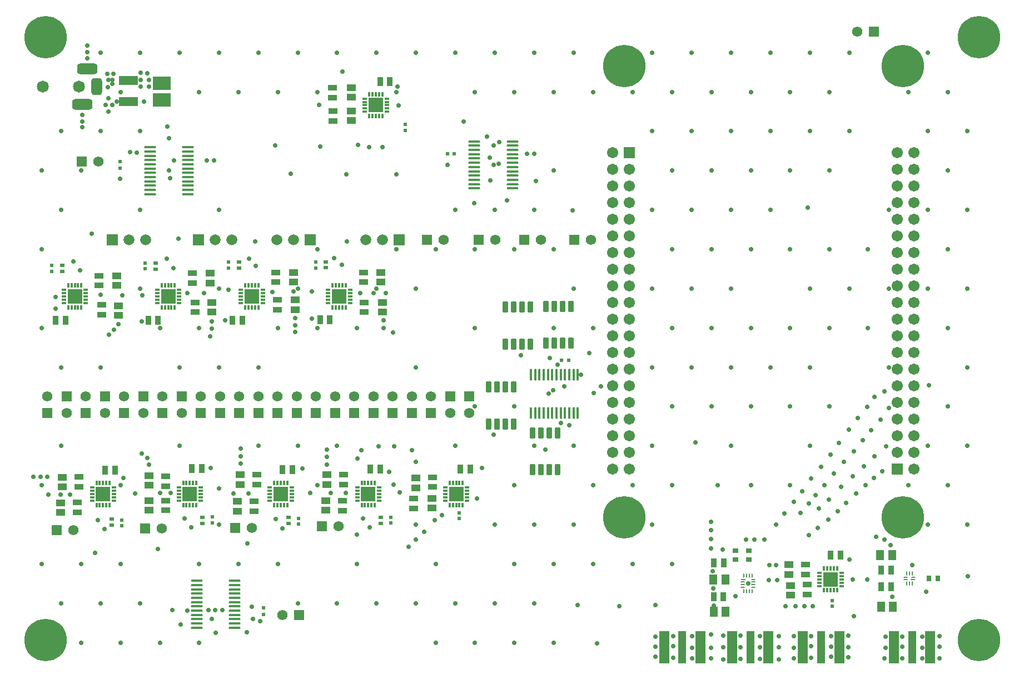
<source format=gts>
G04*
G04 #@! TF.GenerationSoftware,Altium Limited,Altium Designer,25.3.3 (18)*
G04*
G04 Layer_Color=8388736*
%FSLAX44Y44*%
%MOMM*%
G71*
G04*
G04 #@! TF.SameCoordinates,8BA9F0F0-51DE-43A2-9AC8-778ADDE1523D*
G04*
G04*
G04 #@! TF.FilePolarity,Negative*
G04*
G01*
G75*
%ADD19R,1.3500X0.9500*%
%ADD20R,1.3562X1.0546*%
%ADD21R,0.9500X1.3500*%
%ADD22R,0.5725X0.6153*%
%ADD26R,0.8121X0.6587*%
%ADD28R,1.6000X5.0000*%
%ADD29R,1.2000X5.0000*%
G04:AMPARAMS|DCode=30|XSize=0.6mm|YSize=0.2mm|CornerRadius=0.05mm|HoleSize=0mm|Usage=FLASHONLY|Rotation=270.000|XOffset=0mm|YOffset=0mm|HoleType=Round|Shape=RoundedRectangle|*
%AMROUNDEDRECTD30*
21,1,0.6000,0.1000,0,0,270.0*
21,1,0.5000,0.2000,0,0,270.0*
1,1,0.1000,-0.0500,-0.2500*
1,1,0.1000,-0.0500,0.2500*
1,1,0.1000,0.0500,0.2500*
1,1,0.1000,0.0500,-0.2500*
%
%ADD30ROUNDEDRECTD30*%
G04:AMPARAMS|DCode=31|XSize=0.6mm|YSize=0.2mm|CornerRadius=0.05mm|HoleSize=0mm|Usage=FLASHONLY|Rotation=0.000|XOffset=0mm|YOffset=0mm|HoleType=Round|Shape=RoundedRectangle|*
%AMROUNDEDRECTD31*
21,1,0.6000,0.1000,0,0,0.0*
21,1,0.5000,0.2000,0,0,0.0*
1,1,0.1000,0.2500,-0.0500*
1,1,0.1000,-0.2500,-0.0500*
1,1,0.1000,-0.2500,0.0500*
1,1,0.1000,0.2500,0.0500*
%
%ADD31ROUNDEDRECTD31*%
G04:AMPARAMS|DCode=32|XSize=0.7mm|YSize=0.2mm|CornerRadius=0.05mm|HoleSize=0mm|Usage=FLASHONLY|Rotation=0.000|XOffset=0mm|YOffset=0mm|HoleType=Round|Shape=RoundedRectangle|*
%AMROUNDEDRECTD32*
21,1,0.7000,0.1000,0,0,0.0*
21,1,0.6000,0.2000,0,0,0.0*
1,1,0.1000,0.3000,-0.0500*
1,1,0.1000,-0.3000,-0.0500*
1,1,0.1000,-0.3000,0.0500*
1,1,0.1000,0.3000,0.0500*
%
%ADD32ROUNDEDRECTD32*%
G04:AMPARAMS|DCode=33|XSize=0.2mm|YSize=0.6mm|CornerRadius=0.05mm|HoleSize=0mm|Usage=FLASHONLY|Rotation=180.000|XOffset=0mm|YOffset=0mm|HoleType=Round|Shape=RoundedRectangle|*
%AMROUNDEDRECTD33*
21,1,0.2000,0.5000,0,0,180.0*
21,1,0.1000,0.6000,0,0,180.0*
1,1,0.1000,-0.0500,0.2500*
1,1,0.1000,0.0500,0.2500*
1,1,0.1000,0.0500,-0.2500*
1,1,0.1000,-0.0500,-0.2500*
%
%ADD33ROUNDEDRECTD33*%
G04:AMPARAMS|DCode=34|XSize=1.7883mm|YSize=0.4208mm|CornerRadius=0.2104mm|HoleSize=0mm|Usage=FLASHONLY|Rotation=0.000|XOffset=0mm|YOffset=0mm|HoleType=Round|Shape=RoundedRectangle|*
%AMROUNDEDRECTD34*
21,1,1.7883,0.0000,0,0,0.0*
21,1,1.3675,0.4208,0,0,0.0*
1,1,0.4208,0.6838,0.0000*
1,1,0.4208,-0.6838,0.0000*
1,1,0.4208,-0.6838,0.0000*
1,1,0.4208,0.6838,0.0000*
%
%ADD34ROUNDEDRECTD34*%
%ADD35R,1.7883X0.4208*%
%ADD36R,0.6587X0.8121*%
%ADD38R,0.5000X0.4750*%
%ADD39R,2.8062X2.1029*%
%ADD40R,0.4750X0.5000*%
G04:AMPARAMS|DCode=41|XSize=1.7883mm|YSize=0.4208mm|CornerRadius=0.2104mm|HoleSize=0mm|Usage=FLASHONLY|Rotation=90.000|XOffset=0mm|YOffset=0mm|HoleType=Round|Shape=RoundedRectangle|*
%AMROUNDEDRECTD41*
21,1,1.7883,0.0000,0,0,90.0*
21,1,1.3675,0.4208,0,0,90.0*
1,1,0.4208,0.0000,0.6838*
1,1,0.4208,0.0000,-0.6838*
1,1,0.4208,0.0000,-0.6838*
1,1,0.4208,0.0000,0.6838*
%
%ADD41ROUNDEDRECTD41*%
%ADD42R,0.4208X1.7883*%
%ADD43R,0.7200X0.6300*%
G04:AMPARAMS|DCode=44|XSize=0.77mm|YSize=1.77mm|CornerRadius=0.1088mm|HoleSize=0mm|Usage=FLASHONLY|Rotation=180.000|XOffset=0mm|YOffset=0mm|HoleType=Round|Shape=RoundedRectangle|*
%AMROUNDEDRECTD44*
21,1,0.7700,1.5525,0,0,180.0*
21,1,0.5525,1.7700,0,0,180.0*
1,1,0.2175,-0.2763,0.7763*
1,1,0.2175,0.2763,0.7763*
1,1,0.2175,0.2763,-0.7763*
1,1,0.2175,-0.2763,-0.7763*
%
%ADD44ROUNDEDRECTD44*%
%ADD45R,0.3700X0.6700*%
%ADD46R,0.6700X0.3700*%
%ADD47R,2.1700X2.1700*%
%ADD48R,1.2700X1.5700*%
%ADD49R,2.9200X1.4700*%
%ADD50C,6.4700*%
%ADD51R,1.7100X1.7100*%
%ADD52C,1.7100*%
%ADD53R,1.7100X1.7100*%
%ADD54R,1.5700X1.5700*%
%ADD55C,1.5700*%
%ADD56R,1.5700X1.5700*%
%ADD57R,1.6700X1.6700*%
%ADD58C,1.6700*%
%ADD59C,1.8200*%
G04:AMPARAMS|DCode=60|XSize=1.62mm|YSize=3.12mm|CornerRadius=0.435mm|HoleSize=0mm|Usage=FLASHONLY|Rotation=270.000|XOffset=0mm|YOffset=0mm|HoleType=Round|Shape=RoundedRectangle|*
%AMROUNDEDRECTD60*
21,1,1.6200,2.2500,0,0,270.0*
21,1,0.7500,3.1200,0,0,270.0*
1,1,0.8700,-1.1250,-0.3750*
1,1,0.8700,-1.1250,0.3750*
1,1,0.8700,1.1250,0.3750*
1,1,0.8700,1.1250,-0.3750*
%
%ADD60ROUNDEDRECTD60*%
G04:AMPARAMS|DCode=61|XSize=1.62mm|YSize=2.62mm|CornerRadius=0.435mm|HoleSize=0mm|Usage=FLASHONLY|Rotation=0.000|XOffset=0mm|YOffset=0mm|HoleType=Round|Shape=RoundedRectangle|*
%AMROUNDEDRECTD61*
21,1,1.6200,1.7500,0,0,0.0*
21,1,0.7500,2.6200,0,0,0.0*
1,1,0.8700,0.3750,-0.8750*
1,1,0.8700,-0.3750,-0.8750*
1,1,0.8700,-0.3750,0.8750*
1,1,0.8700,0.3750,0.8750*
%
%ADD61ROUNDEDRECTD61*%
%ADD62C,0.7200*%
D19*
X487512Y875938D02*
D03*
Y890938D02*
D03*
X233680Y283330D02*
D03*
Y298330D02*
D03*
Y261500D02*
D03*
Y246500D02*
D03*
X535940Y548640D02*
D03*
Y563640D02*
D03*
X534670Y609480D02*
D03*
Y594480D02*
D03*
X403860Y567450D02*
D03*
Y552450D02*
D03*
X401560Y594480D02*
D03*
Y609480D02*
D03*
X278130Y563640D02*
D03*
Y548640D02*
D03*
X274320Y593210D02*
D03*
Y608210D02*
D03*
X135890Y559830D02*
D03*
Y544830D02*
D03*
X132080Y589400D02*
D03*
Y604400D02*
D03*
X504190Y300870D02*
D03*
Y285870D02*
D03*
X502920Y246138D02*
D03*
Y261138D02*
D03*
X1210310Y118230D02*
D03*
Y133230D02*
D03*
X1207770Y163710D02*
D03*
Y148710D02*
D03*
X368388Y260249D02*
D03*
Y245249D02*
D03*
X611233Y264593D02*
D03*
Y249593D02*
D03*
X640080Y282060D02*
D03*
Y297060D02*
D03*
X488782Y840498D02*
D03*
Y855498D02*
D03*
X99060Y243236D02*
D03*
Y258236D02*
D03*
X372110Y285870D02*
D03*
Y300870D02*
D03*
X101600Y297180D02*
D03*
Y282180D02*
D03*
D20*
X346710Y300628D02*
D03*
Y286112D02*
D03*
X1182370Y163468D02*
D03*
Y148952D02*
D03*
X208280Y261258D02*
D03*
Y246742D02*
D03*
Y284842D02*
D03*
Y299358D02*
D03*
X563880Y549002D02*
D03*
Y563518D02*
D03*
X561340Y609238D02*
D03*
Y594722D02*
D03*
X428230D02*
D03*
Y609238D02*
D03*
X430530Y567328D02*
D03*
Y552812D02*
D03*
X300990Y593452D02*
D03*
Y607968D02*
D03*
X303530Y563156D02*
D03*
Y548640D02*
D03*
X161290Y558076D02*
D03*
Y543560D02*
D03*
X158750Y589642D02*
D03*
Y604158D02*
D03*
X477520Y246380D02*
D03*
Y260896D02*
D03*
X478790Y300628D02*
D03*
Y286112D02*
D03*
X1184910Y117202D02*
D03*
Y131718D02*
D03*
X342988Y260006D02*
D03*
Y245491D02*
D03*
X639173Y264351D02*
D03*
Y249835D02*
D03*
X614680Y281032D02*
D03*
Y295548D02*
D03*
X516722Y840740D02*
D03*
Y855256D02*
D03*
Y876300D02*
D03*
Y890816D02*
D03*
X76200Y296818D02*
D03*
Y282302D02*
D03*
X73660Y243478D02*
D03*
Y257994D02*
D03*
D21*
X222130Y536430D02*
D03*
X207130D02*
D03*
X288290Y309880D02*
D03*
X273290D02*
D03*
X483750Y537210D02*
D03*
X468750D02*
D03*
X1261270Y177880D02*
D03*
X1246270D02*
D03*
X335400Y535940D02*
D03*
X350400D02*
D03*
X66160D02*
D03*
X81160D02*
D03*
X411720Y308610D02*
D03*
X426720D02*
D03*
X1068310Y166370D02*
D03*
X1083310D02*
D03*
X1068190Y114300D02*
D03*
X1083190D02*
D03*
X1338460Y154940D02*
D03*
X1323460D02*
D03*
X1338580Y129540D02*
D03*
X1323580D02*
D03*
X560142Y900068D02*
D03*
X575142D02*
D03*
X697593Y309163D02*
D03*
X682593D02*
D03*
X560070Y309518D02*
D03*
X545070D02*
D03*
X141210Y307340D02*
D03*
X156210D02*
D03*
D22*
X304800Y236220D02*
D03*
Y227649D02*
D03*
X462280Y616269D02*
D03*
Y624840D02*
D03*
X329170D02*
D03*
Y616269D02*
D03*
X201930Y623570D02*
D03*
Y614999D02*
D03*
X59690Y619760D02*
D03*
Y611189D02*
D03*
X576580Y227287D02*
D03*
Y235858D02*
D03*
X1248810Y108981D02*
D03*
Y100410D02*
D03*
X680720Y242251D02*
D03*
Y233680D02*
D03*
X166370Y231616D02*
D03*
Y223044D02*
D03*
X435610Y225584D02*
D03*
Y234156D02*
D03*
X598170Y834866D02*
D03*
Y826294D02*
D03*
D26*
X1101090Y171450D02*
D03*
Y184984D02*
D03*
X1121410Y184567D02*
D03*
Y171033D02*
D03*
D28*
X1342630Y37415D02*
D03*
X1398030D02*
D03*
X992800D02*
D03*
X1048200D02*
D03*
X1096250D02*
D03*
X1151650D02*
D03*
X1204200D02*
D03*
X1259600D02*
D03*
D29*
X1370330D02*
D03*
X1020500D02*
D03*
X1123950D02*
D03*
X1231900D02*
D03*
D30*
X1114520Y147160D02*
D03*
X1118520D02*
D03*
X1122520D02*
D03*
X1126520D02*
D03*
Y123160D02*
D03*
X1122520D02*
D03*
X1118520D02*
D03*
X1114520D02*
D03*
D31*
X1128520Y141160D02*
D03*
Y137160D02*
D03*
Y133160D02*
D03*
Y129160D02*
D03*
X1112520D02*
D03*
Y133160D02*
D03*
Y137160D02*
D03*
X1360330Y140620D02*
D03*
Y144620D02*
D03*
X1372330D02*
D03*
D32*
X1113020Y141160D02*
D03*
X1371830Y140620D02*
D03*
D33*
X1370330Y134620D02*
D03*
X1366330D02*
D03*
X1362330D02*
D03*
Y150620D02*
D03*
X1366330D02*
D03*
X1370330D02*
D03*
D34*
X338597Y139085D02*
D03*
Y132585D02*
D03*
Y126085D02*
D03*
Y119585D02*
D03*
Y113085D02*
D03*
Y106585D02*
D03*
Y100085D02*
D03*
Y93585D02*
D03*
Y87085D02*
D03*
Y80585D02*
D03*
Y74085D02*
D03*
Y67585D02*
D03*
X280773D02*
D03*
Y74085D02*
D03*
Y80585D02*
D03*
Y87085D02*
D03*
Y93585D02*
D03*
Y100085D02*
D03*
Y106585D02*
D03*
Y113085D02*
D03*
Y119585D02*
D03*
Y126085D02*
D03*
Y132585D02*
D03*
X761702Y744180D02*
D03*
Y750680D02*
D03*
Y757180D02*
D03*
Y763680D02*
D03*
Y770180D02*
D03*
Y776680D02*
D03*
Y783180D02*
D03*
Y789680D02*
D03*
Y796180D02*
D03*
Y802680D02*
D03*
Y809180D02*
D03*
X703878D02*
D03*
Y802680D02*
D03*
Y796180D02*
D03*
Y789680D02*
D03*
Y783180D02*
D03*
Y776680D02*
D03*
Y770180D02*
D03*
Y763680D02*
D03*
Y757180D02*
D03*
Y750680D02*
D03*
Y744180D02*
D03*
Y737680D02*
D03*
X209848Y728790D02*
D03*
Y735290D02*
D03*
Y741790D02*
D03*
Y748290D02*
D03*
Y754790D02*
D03*
Y761290D02*
D03*
Y767790D02*
D03*
Y774290D02*
D03*
Y780790D02*
D03*
Y787290D02*
D03*
Y793790D02*
D03*
Y800290D02*
D03*
X267672D02*
D03*
Y793790D02*
D03*
Y787290D02*
D03*
Y780790D02*
D03*
Y774290D02*
D03*
Y767790D02*
D03*
Y761290D02*
D03*
Y754790D02*
D03*
Y748290D02*
D03*
Y741790D02*
D03*
Y735290D02*
D03*
D35*
X280773Y139085D02*
D03*
X761702Y737680D02*
D03*
X267672Y728790D02*
D03*
D36*
X1409264Y142240D02*
D03*
X1395730D02*
D03*
D38*
X382270Y97835D02*
D03*
Y87585D02*
D03*
X163830Y778555D02*
D03*
Y768305D02*
D03*
D39*
X227330Y872878D02*
D03*
Y897890D02*
D03*
D40*
X836840Y474980D02*
D03*
X847090D02*
D03*
X662850Y789940D02*
D03*
X673100D02*
D03*
D41*
X789750Y453092D02*
D03*
X796250D02*
D03*
X802750D02*
D03*
X809250D02*
D03*
X815750D02*
D03*
X822250D02*
D03*
X828750D02*
D03*
X835250D02*
D03*
X841750D02*
D03*
X848250D02*
D03*
X854750D02*
D03*
X861250D02*
D03*
Y395268D02*
D03*
X854750D02*
D03*
X848250D02*
D03*
X841750D02*
D03*
X835250D02*
D03*
X828750D02*
D03*
X822250D02*
D03*
X815750D02*
D03*
X809250D02*
D03*
X802750D02*
D03*
X796250D02*
D03*
D42*
X789750D02*
D03*
D43*
X289365Y226875D02*
D03*
Y236175D02*
D03*
X420370Y235790D02*
D03*
Y226490D02*
D03*
X151130Y233250D02*
D03*
Y223950D02*
D03*
X561145Y226513D02*
D03*
Y235813D02*
D03*
X345680Y624840D02*
D03*
Y615540D02*
D03*
X218440Y623570D02*
D03*
Y614270D02*
D03*
X477520Y616380D02*
D03*
Y625680D02*
D03*
X76200Y619760D02*
D03*
Y610460D02*
D03*
D44*
X850900Y557840D02*
D03*
X838200D02*
D03*
X825500D02*
D03*
X812800D02*
D03*
X850900Y501340D02*
D03*
X838200D02*
D03*
X825500D02*
D03*
X812800D02*
D03*
X830580Y364800D02*
D03*
X817880D02*
D03*
X805180D02*
D03*
X792480D02*
D03*
X830580Y308300D02*
D03*
X817880D02*
D03*
X805180D02*
D03*
X792480D02*
D03*
X788670Y556570D02*
D03*
X775970D02*
D03*
X763270D02*
D03*
X750570D02*
D03*
X788670Y500070D02*
D03*
X775970D02*
D03*
X763270D02*
D03*
X750570D02*
D03*
X763270Y434650D02*
D03*
X750570D02*
D03*
X737870D02*
D03*
X725170D02*
D03*
X763270Y378150D02*
D03*
X750570D02*
D03*
X737870D02*
D03*
X725170D02*
D03*
D45*
X260315Y254575D02*
D03*
X265315D02*
D03*
X270315D02*
D03*
X275315D02*
D03*
X280315D02*
D03*
Y288075D02*
D03*
X275315D02*
D03*
X270315D02*
D03*
X265315D02*
D03*
X260315D02*
D03*
X507840Y556020D02*
D03*
X502840D02*
D03*
X497840D02*
D03*
X492840D02*
D03*
X487840D02*
D03*
Y589520D02*
D03*
X492840D02*
D03*
X497840D02*
D03*
X502840D02*
D03*
X507840D02*
D03*
X374730D02*
D03*
X369730D02*
D03*
X364730D02*
D03*
X359730D02*
D03*
X354730D02*
D03*
Y556020D02*
D03*
X359730D02*
D03*
X364730D02*
D03*
X369730D02*
D03*
X374730D02*
D03*
X247490Y589520D02*
D03*
X242490D02*
D03*
X237490D02*
D03*
X232490D02*
D03*
X227490D02*
D03*
Y556020D02*
D03*
X232490D02*
D03*
X237490D02*
D03*
X242490D02*
D03*
X247490D02*
D03*
X105250Y589520D02*
D03*
X100250D02*
D03*
X95250D02*
D03*
X90250D02*
D03*
X85250D02*
D03*
Y556020D02*
D03*
X90250D02*
D03*
X95250D02*
D03*
X100250D02*
D03*
X105250D02*
D03*
X1236030Y157960D02*
D03*
X1241030D02*
D03*
X1246030D02*
D03*
X1251030D02*
D03*
X1256030D02*
D03*
Y124460D02*
D03*
X1251030D02*
D03*
X1246030D02*
D03*
X1241030D02*
D03*
X1236030D02*
D03*
X666003Y288075D02*
D03*
X671003D02*
D03*
X676003D02*
D03*
X681003D02*
D03*
X686003D02*
D03*
Y254575D02*
D03*
X681003D02*
D03*
X676003D02*
D03*
X671003D02*
D03*
X666003D02*
D03*
X543552Y881258D02*
D03*
X548552D02*
D03*
X553552D02*
D03*
X558552D02*
D03*
X563552D02*
D03*
Y847758D02*
D03*
X558552D02*
D03*
X553552D02*
D03*
X548552D02*
D03*
X543552D02*
D03*
X128235Y254575D02*
D03*
X133235D02*
D03*
X138235D02*
D03*
X143235D02*
D03*
X148235D02*
D03*
Y288075D02*
D03*
X143235D02*
D03*
X138235D02*
D03*
X133235D02*
D03*
X128235D02*
D03*
X398745Y254575D02*
D03*
X403745D02*
D03*
X408745D02*
D03*
X413745D02*
D03*
X418745D02*
D03*
Y288075D02*
D03*
X413745D02*
D03*
X408745D02*
D03*
X403745D02*
D03*
X398745D02*
D03*
X532095Y254575D02*
D03*
X537095D02*
D03*
X542095D02*
D03*
X547095D02*
D03*
X552095D02*
D03*
Y288075D02*
D03*
X547095D02*
D03*
X542095D02*
D03*
X537095D02*
D03*
X532095D02*
D03*
D46*
X287065Y261325D02*
D03*
Y266325D02*
D03*
Y271325D02*
D03*
Y276325D02*
D03*
Y281325D02*
D03*
X253565D02*
D03*
Y276325D02*
D03*
Y271325D02*
D03*
Y266325D02*
D03*
Y261325D02*
D03*
X514590Y582770D02*
D03*
Y577770D02*
D03*
Y572770D02*
D03*
Y567770D02*
D03*
Y562770D02*
D03*
X481090D02*
D03*
Y567770D02*
D03*
Y572770D02*
D03*
Y577770D02*
D03*
Y582770D02*
D03*
X347980D02*
D03*
Y577770D02*
D03*
Y572770D02*
D03*
Y567770D02*
D03*
Y562770D02*
D03*
X381480D02*
D03*
Y567770D02*
D03*
Y572770D02*
D03*
Y577770D02*
D03*
Y582770D02*
D03*
X220740D02*
D03*
Y577770D02*
D03*
Y572770D02*
D03*
Y567770D02*
D03*
Y562770D02*
D03*
X254240D02*
D03*
Y567770D02*
D03*
Y572770D02*
D03*
Y577770D02*
D03*
Y582770D02*
D03*
X78500D02*
D03*
Y577770D02*
D03*
Y572770D02*
D03*
Y567770D02*
D03*
Y562770D02*
D03*
X112000D02*
D03*
Y567770D02*
D03*
Y572770D02*
D03*
Y577770D02*
D03*
Y582770D02*
D03*
X1229280Y131210D02*
D03*
Y136210D02*
D03*
Y141210D02*
D03*
Y146210D02*
D03*
Y151210D02*
D03*
X1262780D02*
D03*
Y146210D02*
D03*
Y141210D02*
D03*
Y136210D02*
D03*
Y131210D02*
D03*
X659253Y261325D02*
D03*
Y266325D02*
D03*
Y271325D02*
D03*
Y276325D02*
D03*
Y281325D02*
D03*
X692753D02*
D03*
Y276325D02*
D03*
Y271325D02*
D03*
Y266325D02*
D03*
Y261325D02*
D03*
X536802Y854508D02*
D03*
Y859508D02*
D03*
Y864508D02*
D03*
Y869508D02*
D03*
Y874508D02*
D03*
X570302D02*
D03*
Y869508D02*
D03*
Y864508D02*
D03*
Y859508D02*
D03*
Y854508D02*
D03*
X154985Y261325D02*
D03*
Y266325D02*
D03*
Y271325D02*
D03*
Y276325D02*
D03*
Y281325D02*
D03*
X121485D02*
D03*
Y276325D02*
D03*
Y271325D02*
D03*
Y266325D02*
D03*
Y261325D02*
D03*
X425495D02*
D03*
Y266325D02*
D03*
Y271325D02*
D03*
Y276325D02*
D03*
Y281325D02*
D03*
X391995D02*
D03*
Y276325D02*
D03*
Y271325D02*
D03*
Y266325D02*
D03*
Y261325D02*
D03*
X558845D02*
D03*
Y266325D02*
D03*
Y271325D02*
D03*
Y276325D02*
D03*
Y281325D02*
D03*
X525345D02*
D03*
Y276325D02*
D03*
Y271325D02*
D03*
Y266325D02*
D03*
Y261325D02*
D03*
D47*
X270315Y271325D02*
D03*
X497840Y572770D02*
D03*
X364730D02*
D03*
X237490D02*
D03*
X95250D02*
D03*
X1246030Y141210D02*
D03*
X676003Y271325D02*
D03*
X553552Y864508D02*
D03*
X138235Y271325D02*
D03*
X408745D02*
D03*
X542095D02*
D03*
D48*
X1086070Y91440D02*
D03*
X1068070D02*
D03*
X1085850Y140970D02*
D03*
X1067850D02*
D03*
X1321960Y177800D02*
D03*
X1339960D02*
D03*
X1323270Y99060D02*
D03*
X1341270D02*
D03*
D49*
X176530Y869700D02*
D03*
Y901700D02*
D03*
D50*
X1356370Y924460D02*
D03*
X932170D02*
D03*
X1356370Y236160D02*
D03*
X932170D02*
D03*
X50800Y967740D02*
D03*
X1471930D02*
D03*
Y48260D02*
D03*
X50800D02*
D03*
D51*
X1347470Y309760D02*
D03*
D52*
X1372870D02*
D03*
X1347470Y335160D02*
D03*
X1372870D02*
D03*
X1347470Y360560D02*
D03*
X1372870D02*
D03*
X1347470Y385960D02*
D03*
X1372870D02*
D03*
X1347470Y411360D02*
D03*
X1372870D02*
D03*
X1347470Y436760D02*
D03*
X1372870D02*
D03*
X1347470Y462160D02*
D03*
X1372870D02*
D03*
X1347470Y487560D02*
D03*
X1372870D02*
D03*
X1347470Y512960D02*
D03*
X1372870D02*
D03*
X1347470Y538360D02*
D03*
X1372870D02*
D03*
X1347470Y563760D02*
D03*
X1372870D02*
D03*
X1347470Y589160D02*
D03*
X1372870D02*
D03*
X1347470Y614560D02*
D03*
X1372870D02*
D03*
X1347470Y639960D02*
D03*
X1372870D02*
D03*
X1347470Y665360D02*
D03*
X1372870D02*
D03*
X1347470Y690760D02*
D03*
X1372870D02*
D03*
X1347470Y716160D02*
D03*
X1372870D02*
D03*
X1347470Y741560D02*
D03*
X1372870D02*
D03*
X1347470Y766960D02*
D03*
X1372870D02*
D03*
X1347470Y792360D02*
D03*
X1372870D02*
D03*
X914370D02*
D03*
X939770Y766960D02*
D03*
X914370D02*
D03*
X939770Y741560D02*
D03*
X914370D02*
D03*
X939770Y716160D02*
D03*
X914370D02*
D03*
X939770Y690760D02*
D03*
X914370D02*
D03*
X939770Y665360D02*
D03*
X914370D02*
D03*
X939770Y639960D02*
D03*
X914370D02*
D03*
X939770Y614560D02*
D03*
X914370D02*
D03*
X939770Y589160D02*
D03*
X914370D02*
D03*
X939770Y563760D02*
D03*
X914370D02*
D03*
X939770Y538360D02*
D03*
X914370D02*
D03*
X939770Y512960D02*
D03*
X914370D02*
D03*
X939770Y487560D02*
D03*
X914370D02*
D03*
X939770Y462160D02*
D03*
X914370D02*
D03*
X939770Y436760D02*
D03*
X914370D02*
D03*
X939770Y411360D02*
D03*
X914370D02*
D03*
X939770Y385960D02*
D03*
X914370D02*
D03*
X939770Y360560D02*
D03*
X914370D02*
D03*
X939770Y335160D02*
D03*
X914370D02*
D03*
X939770Y309760D02*
D03*
X914370D02*
D03*
D53*
X939770Y792360D02*
D03*
D54*
X1311910Y976630D02*
D03*
X471170Y222250D02*
D03*
X201930Y218440D02*
D03*
X436880Y86360D02*
D03*
X105410Y778510D02*
D03*
X709930Y659130D02*
D03*
X855980D02*
D03*
X67310Y216446D02*
D03*
X339090Y219710D02*
D03*
X631190Y659130D02*
D03*
X779780D02*
D03*
D55*
X1286510Y976630D02*
D03*
X257810Y394970D02*
D03*
X199390D02*
D03*
X140970D02*
D03*
X82550D02*
D03*
X496570Y222250D02*
D03*
X227330Y218440D02*
D03*
X53340Y420370D02*
D03*
X287020D02*
D03*
X316230D02*
D03*
X345440D02*
D03*
X374650D02*
D03*
X403860D02*
D03*
X411480Y86360D02*
D03*
X433070Y420370D02*
D03*
X462280D02*
D03*
X491490D02*
D03*
X520700D02*
D03*
X549910D02*
D03*
X579120D02*
D03*
X130810Y778510D02*
D03*
X735330Y659130D02*
D03*
X881380D02*
D03*
X92710Y216446D02*
D03*
X364490Y219710D02*
D03*
X111760Y420370D02*
D03*
X170180D02*
D03*
X228600D02*
D03*
X637540D02*
D03*
X695960Y394970D02*
D03*
X608330Y420370D02*
D03*
X666750Y394970D02*
D03*
X656590Y659130D02*
D03*
X805180D02*
D03*
D56*
X257810Y420370D02*
D03*
X199390D02*
D03*
X140970D02*
D03*
X82550D02*
D03*
X53340Y394970D02*
D03*
X287020D02*
D03*
X316230D02*
D03*
X345440D02*
D03*
X374650D02*
D03*
X403860D02*
D03*
X433070D02*
D03*
X462280D02*
D03*
X491490D02*
D03*
X520700D02*
D03*
X549910D02*
D03*
X579120D02*
D03*
X111760D02*
D03*
X170180D02*
D03*
X228600D02*
D03*
X637540D02*
D03*
X695960Y420370D02*
D03*
X608330Y394970D02*
D03*
X666750Y420370D02*
D03*
D57*
X152400Y659130D02*
D03*
X283210D02*
D03*
X453390D02*
D03*
X589280D02*
D03*
D58*
X177800D02*
D03*
X203200D02*
D03*
X334010D02*
D03*
X308610D02*
D03*
X402590D02*
D03*
X427990D02*
D03*
X538480D02*
D03*
X563880D02*
D03*
D59*
X46600Y892810D02*
D03*
X101600D02*
D03*
D60*
X106600Y865310D02*
D03*
X114600Y920310D02*
D03*
D61*
X128600Y892810D02*
D03*
D62*
X1302965Y524730D02*
D03*
Y644730D02*
D03*
X1274730Y584730D02*
D03*
X1244730Y644730D02*
D03*
X1214730Y584730D02*
D03*
X1184730Y644730D02*
D03*
X1334730Y464730D02*
D03*
X1211587Y707873D02*
D03*
X1124730Y764730D02*
D03*
X1034730Y704730D02*
D03*
X1244730Y764730D02*
D03*
X1004730D02*
D03*
X1064730D02*
D03*
X974730Y704730D02*
D03*
X1184730Y764730D02*
D03*
X1274730Y824730D02*
D03*
X1034730Y584730D02*
D03*
X1154730Y704730D02*
D03*
X1124730Y644730D02*
D03*
X1094730Y584730D02*
D03*
X1064730Y524730D02*
D03*
X1074475Y284730D02*
D03*
X1040488Y350488D02*
D03*
X1004730Y404730D02*
D03*
X1064730D02*
D03*
X1228090Y248920D02*
D03*
X1243330Y262890D02*
D03*
X1262380Y281940D02*
D03*
X1280160Y298450D02*
D03*
X1296670Y313690D02*
D03*
X1313180Y328930D02*
D03*
X1330960Y344170D02*
D03*
X1324610Y306070D02*
D03*
X1311910Y295910D02*
D03*
X1250950Y302260D02*
D03*
X1299210Y284480D02*
D03*
X1285240Y271780D02*
D03*
X1270000Y257810D02*
D03*
X1163315Y224781D02*
D03*
X1145540Y201930D02*
D03*
X1212850Y208280D02*
D03*
X1202690Y275590D02*
D03*
X1176020Y241300D02*
D03*
X1189990Y259080D02*
D03*
X1200150Y242570D02*
D03*
X1216660Y294640D02*
D03*
X1223010Y269240D02*
D03*
X1212850Y256540D02*
D03*
X1266190Y320040D02*
D03*
X1236980Y284480D02*
D03*
X1242640Y232785D02*
D03*
X1257300Y245110D02*
D03*
X1226820Y219710D02*
D03*
X896620Y435610D02*
D03*
X795020Y789940D02*
D03*
X1064260Y228600D02*
D03*
Y187960D02*
D03*
Y203160D02*
D03*
Y216535D02*
D03*
X1154730Y824730D02*
D03*
X1274730Y944730D02*
D03*
X974730Y464730D02*
D03*
X1244730Y884730D02*
D03*
X1214730Y824730D02*
D03*
X1034730D02*
D03*
X1094730D02*
D03*
X1124730Y884730D02*
D03*
X1184730D02*
D03*
X1154730Y944730D02*
D03*
X1214730D02*
D03*
X1094730Y704730D02*
D03*
X848360Y375920D02*
D03*
X835660Y379730D02*
D03*
X853721Y703721D02*
D03*
X794730Y704730D02*
D03*
X1231900Y312420D02*
D03*
X1245870Y331470D02*
D03*
X1258570Y349250D02*
D03*
X1273810Y369570D02*
D03*
X1287780Y387350D02*
D03*
X1301750Y403860D02*
D03*
X1313180Y419100D02*
D03*
X1328420Y427990D02*
D03*
X1281430Y336550D02*
D03*
X1295400Y353060D02*
D03*
X1308100Y368300D02*
D03*
X1455420Y146050D02*
D03*
X979170Y101600D02*
D03*
X924560Y100330D02*
D03*
X861060Y101600D02*
D03*
X890270Y43180D02*
D03*
X1424730Y884730D02*
D03*
X1454730Y824730D02*
D03*
X1424730Y764730D02*
D03*
X1454730Y704730D02*
D03*
X1424730Y644730D02*
D03*
X1454730Y584730D02*
D03*
X1424730Y524730D02*
D03*
X1454730Y464730D02*
D03*
X1424730Y404730D02*
D03*
X1454730Y344730D02*
D03*
X1424730Y284730D02*
D03*
X1454730Y224730D02*
D03*
X1394730Y944730D02*
D03*
X1364730Y884730D02*
D03*
X1394730Y824730D02*
D03*
Y704730D02*
D03*
Y584730D02*
D03*
Y344730D02*
D03*
X1364730Y284730D02*
D03*
X1394730Y224730D02*
D03*
X1334730Y704730D02*
D03*
Y584730D02*
D03*
X1244730Y524730D02*
D03*
Y404730D02*
D03*
X1184730Y524730D02*
D03*
X1214730Y464730D02*
D03*
X1184730Y404730D02*
D03*
X1214730Y344730D02*
D03*
X1184730Y284730D02*
D03*
X1124730Y524730D02*
D03*
X1154730Y464730D02*
D03*
X1124730Y404730D02*
D03*
Y284730D02*
D03*
X1094730Y944730D02*
D03*
X1064730Y884730D02*
D03*
Y644730D02*
D03*
X1094730Y464730D02*
D03*
Y344730D02*
D03*
X1034730Y944730D02*
D03*
X1004730Y884730D02*
D03*
Y644730D02*
D03*
Y524730D02*
D03*
X1034730Y464730D02*
D03*
X1004730Y284730D02*
D03*
Y164730D02*
D03*
X974730Y944730D02*
D03*
X944730Y884730D02*
D03*
X974730Y824730D02*
D03*
Y584730D02*
D03*
Y344730D02*
D03*
X944730Y284730D02*
D03*
X974730Y224730D02*
D03*
X944730Y164730D02*
D03*
X884730Y884730D02*
D03*
Y524730D02*
D03*
Y284730D02*
D03*
Y164730D02*
D03*
X854730Y944730D02*
D03*
X824730Y884730D02*
D03*
Y764730D02*
D03*
Y644730D02*
D03*
X854730Y584730D02*
D03*
X824730Y524730D02*
D03*
X854730Y344730D02*
D03*
Y224730D02*
D03*
X824730Y164730D02*
D03*
Y44730D02*
D03*
X794730Y944730D02*
D03*
X764730Y884730D02*
D03*
Y644730D02*
D03*
Y404730D02*
D03*
X794730Y344730D02*
D03*
X764730Y284730D02*
D03*
X794730Y224730D02*
D03*
X764730Y164730D02*
D03*
X794730Y104730D02*
D03*
X764730Y44730D02*
D03*
X734730Y944730D02*
D03*
X704730Y884730D02*
D03*
X734730Y704730D02*
D03*
X704730Y644730D02*
D03*
Y524730D02*
D03*
Y404730D02*
D03*
X734730Y224730D02*
D03*
Y104730D02*
D03*
X704730Y44730D02*
D03*
X674730Y944730D02*
D03*
Y704730D02*
D03*
X644730Y644730D02*
D03*
X674730Y344730D02*
D03*
X644730Y164730D02*
D03*
X674730Y104730D02*
D03*
X644730Y44730D02*
D03*
X614730Y944730D02*
D03*
X584730Y884730D02*
D03*
Y644730D02*
D03*
X614730Y584730D02*
D03*
Y464730D02*
D03*
Y224730D02*
D03*
Y104730D02*
D03*
X554730Y944730D02*
D03*
Y584730D02*
D03*
X524730Y524730D02*
D03*
Y164730D02*
D03*
X554730Y104730D02*
D03*
X494730Y944730D02*
D03*
X464730Y884730D02*
D03*
Y644730D02*
D03*
Y524730D02*
D03*
X494730Y344730D02*
D03*
X464730Y284730D02*
D03*
X494730Y104730D02*
D03*
X434730Y944730D02*
D03*
X404730Y884730D02*
D03*
X434730Y584730D02*
D03*
X404730Y524730D02*
D03*
X434730Y344730D02*
D03*
X404730Y164730D02*
D03*
X434730Y104730D02*
D03*
X374730Y944730D02*
D03*
X344730Y884730D02*
D03*
X374730Y464730D02*
D03*
Y344730D02*
D03*
X344730Y164730D02*
D03*
X314730Y944730D02*
D03*
X284730Y884730D02*
D03*
X314730Y704730D02*
D03*
Y584730D02*
D03*
X284730Y524730D02*
D03*
X314730Y464730D02*
D03*
Y224730D02*
D03*
X284730Y164730D02*
D03*
Y44730D02*
D03*
X254730Y944730D02*
D03*
X224730Y524730D02*
D03*
X254730Y464730D02*
D03*
Y344730D02*
D03*
X224730Y44730D02*
D03*
X194730Y944730D02*
D03*
X164730Y884730D02*
D03*
X194730Y824730D02*
D03*
Y704730D02*
D03*
Y584730D02*
D03*
X164730Y284730D02*
D03*
Y164730D02*
D03*
X194730Y104730D02*
D03*
X164730Y44730D02*
D03*
X134730Y944730D02*
D03*
Y824730D02*
D03*
X104730Y764730D02*
D03*
X134730Y464730D02*
D03*
X104730Y164730D02*
D03*
X134730Y104730D02*
D03*
X104730Y44730D02*
D03*
X74730Y824730D02*
D03*
X44730Y764730D02*
D03*
X74730Y704730D02*
D03*
X44730Y644730D02*
D03*
Y524730D02*
D03*
X74730Y464730D02*
D03*
Y344730D02*
D03*
X44730Y284730D02*
D03*
Y164730D02*
D03*
X74730Y104730D02*
D03*
X584575Y758880D02*
D03*
X508895D02*
D03*
X468630Y801370D02*
D03*
X424180Y759460D02*
D03*
X400050Y802640D02*
D03*
X309685Y59335D02*
D03*
X1322070Y384810D02*
D03*
X1334770Y402590D02*
D03*
X1066800Y153670D02*
D03*
X1068190Y101440D02*
D03*
X1275080Y171450D02*
D03*
X1130300Y201930D02*
D03*
X1117600D02*
D03*
X1337310Y193040D02*
D03*
X1328420Y201930D02*
D03*
X1082040Y186690D02*
D03*
X196850Y534670D02*
D03*
X323850Y535940D02*
D03*
X455930Y538480D02*
D03*
X308610Y93980D02*
D03*
X298450D02*
D03*
X320040D02*
D03*
X377190Y77470D02*
D03*
X266831Y93585D02*
D03*
X816610Y424180D02*
D03*
X732790Y773430D02*
D03*
X741680Y807720D02*
D03*
X783590Y789940D02*
D03*
X240030Y753110D02*
D03*
X179070Y792480D02*
D03*
X307340Y779780D02*
D03*
X608965Y338455D02*
D03*
X581660Y344170D02*
D03*
X557530D02*
D03*
X531398Y338358D02*
D03*
X525585Y325249D02*
D03*
X478790Y339090D02*
D03*
Y327660D02*
D03*
X347980Y340360D02*
D03*
Y328930D02*
D03*
X196850Y332740D02*
D03*
X205740Y326390D02*
D03*
X31750Y297180D02*
D03*
X43180D02*
D03*
X580232Y517580D02*
D03*
X565150Y524510D02*
D03*
Y535940D02*
D03*
X430530Y518160D02*
D03*
Y528320D02*
D03*
X300990Y511810D02*
D03*
X303530Y523240D02*
D03*
X147320Y514350D02*
D03*
X154940Y521970D02*
D03*
X586740Y892810D02*
D03*
X1164590Y139700D02*
D03*
X1153160Y162560D02*
D03*
X580390Y285750D02*
D03*
X453390Y273050D02*
D03*
X485140D02*
D03*
X314960Y279400D02*
D03*
X336550Y271780D02*
D03*
X224790Y273050D02*
D03*
X186690Y271780D02*
D03*
X73660Y270510D02*
D03*
X549910Y577850D02*
D03*
X396240Y579120D02*
D03*
X266700Y577850D02*
D03*
X167640Y574040D02*
D03*
X502920Y915670D02*
D03*
X603250Y190500D02*
D03*
X614680Y201930D02*
D03*
X627380Y213360D02*
D03*
X654050Y238760D02*
D03*
X1177290Y100330D02*
D03*
X1192530D02*
D03*
X1206500D02*
D03*
X543560Y800100D02*
D03*
X563880D02*
D03*
X687070Y839470D02*
D03*
X152400Y896620D02*
D03*
X145155Y892120D02*
D03*
X153670Y911860D02*
D03*
X144780D02*
D03*
X142240Y864870D02*
D03*
X152400D02*
D03*
X158750Y869950D02*
D03*
X347980Y317500D02*
D03*
X430530Y539750D02*
D03*
X303530Y534670D02*
D03*
X146050Y854710D02*
D03*
Y875030D02*
D03*
X205740Y913130D02*
D03*
X195530Y913700D02*
D03*
X614680Y320040D02*
D03*
X478790Y316230D02*
D03*
X328930Y582930D02*
D03*
X66040Y553720D02*
D03*
X168910Y295910D02*
D03*
X715010Y311150D02*
D03*
X574040Y304800D02*
D03*
X441960Y309880D02*
D03*
X302260Y311150D02*
D03*
X87630Y270510D02*
D03*
X568960Y577850D02*
D03*
X455930Y580390D02*
D03*
X198120Y574040D02*
D03*
X885190Y425450D02*
D03*
X727710Y749300D02*
D03*
X732790Y361950D02*
D03*
X878840Y486410D02*
D03*
X1101090Y115570D02*
D03*
X1035740Y54985D02*
D03*
X1339850Y114300D02*
D03*
X208280Y316230D02*
D03*
X542095Y271325D02*
D03*
X408745D02*
D03*
X270315D02*
D03*
X1163320Y162560D02*
D03*
X262695Y234495D02*
D03*
X501650Y621030D02*
D03*
X497840Y572770D02*
D03*
X1315720Y205740D02*
D03*
X95250Y572770D02*
D03*
X364730D02*
D03*
X237490D02*
D03*
X1067380Y127375D02*
D03*
X370453Y619117D02*
D03*
X360592Y630737D02*
D03*
X292105Y577841D02*
D03*
X245110Y615950D02*
D03*
X102870Y612140D02*
D03*
X66040Y571500D02*
D03*
X529590Y577850D02*
D03*
X369570Y656590D02*
D03*
X252730Y660400D02*
D03*
X134620Y575310D02*
D03*
X234950Y629920D02*
D03*
X427990Y580390D02*
D03*
X490220Y631190D02*
D03*
X509270Y656590D02*
D03*
X138235Y271325D02*
D03*
X1167600Y18890D02*
D03*
Y37940D02*
D03*
Y54450D02*
D03*
X1064260Y20320D02*
D03*
Y36830D02*
D03*
Y57150D02*
D03*
X1370330Y162560D02*
D03*
X1412240Y20320D02*
D03*
Y38100D02*
D03*
Y54610D02*
D03*
X1328420Y20320D02*
D03*
X1329690Y36830D02*
D03*
Y53340D02*
D03*
X979860Y53715D02*
D03*
Y38475D02*
D03*
Y23235D02*
D03*
X1035740Y20695D02*
D03*
Y37205D02*
D03*
X1273230Y22485D02*
D03*
Y37725D02*
D03*
Y55505D02*
D03*
X1246030Y141210D02*
D03*
X1120520Y135160D02*
D03*
X1385570Y20320D02*
D03*
Y36830D02*
D03*
Y53340D02*
D03*
X1355090Y20320D02*
D03*
Y38100D02*
D03*
Y53340D02*
D03*
X1109180Y20160D02*
D03*
Y37940D02*
D03*
Y55720D02*
D03*
X1247140Y22860D02*
D03*
Y38100D02*
D03*
Y54610D02*
D03*
X1216660Y21590D02*
D03*
Y39370D02*
D03*
Y54610D02*
D03*
X1189990Y20320D02*
D03*
Y36830D02*
D03*
Y54610D02*
D03*
X1138390Y20160D02*
D03*
Y37940D02*
D03*
Y54450D02*
D03*
X1082510Y18890D02*
D03*
Y37940D02*
D03*
Y55720D02*
D03*
X1006530Y21965D02*
D03*
Y39745D02*
D03*
Y54985D02*
D03*
X195580Y902970D02*
D03*
Y892810D02*
D03*
X208280Y902970D02*
D03*
Y892810D02*
D03*
X200341Y869700D02*
D03*
X106680Y830580D02*
D03*
Y839470D02*
D03*
Y849630D02*
D03*
X114300Y955040D02*
D03*
Y944880D02*
D03*
Y935990D02*
D03*
X152400Y902970D02*
D03*
X146050D02*
D03*
X830580Y468630D02*
D03*
X163830Y751840D02*
D03*
X1391730Y122471D02*
D03*
X722630Y816610D02*
D03*
X1301750Y140970D02*
D03*
X662940Y773430D02*
D03*
X703589Y715005D02*
D03*
X866140Y453390D02*
D03*
X840740Y435610D02*
D03*
X823359Y429981D02*
D03*
X818460Y479165D02*
D03*
X524510Y209550D02*
D03*
X544163Y220635D02*
D03*
X590333Y273978D02*
D03*
X366135Y80700D02*
D03*
X304255Y80735D02*
D03*
X707390Y264160D02*
D03*
X732790Y802640D02*
D03*
X161665Y530280D02*
D03*
X811530Y339090D02*
D03*
X467365Y864879D02*
D03*
X236220Y831850D02*
D03*
X238760Y814070D02*
D03*
X588010Y863600D02*
D03*
X526444Y803531D02*
D03*
X246380Y779780D02*
D03*
X295910D02*
D03*
X238760Y764540D02*
D03*
X1151890Y139700D02*
D03*
X1219200Y100330D02*
D03*
X1281430Y85090D02*
D03*
X1280160Y140970D02*
D03*
X357249Y60454D02*
D03*
X256540Y72390D02*
D03*
X243645Y94345D02*
D03*
X364490Y99060D02*
D03*
X125730Y181610D02*
D03*
X222055Y187155D02*
D03*
X358140Y195580D02*
D03*
X140775Y217985D02*
D03*
X54610Y270510D02*
D03*
X53340Y297180D02*
D03*
X130615Y231955D02*
D03*
X241300Y273050D02*
D03*
X272855Y220525D02*
D03*
X359410Y271780D02*
D03*
X401125Y233225D02*
D03*
X411285Y219255D02*
D03*
X508000Y273050D02*
D03*
X534475Y234133D02*
D03*
X642983Y231693D02*
D03*
X676003Y273603D02*
D03*
X774700Y482600D02*
D03*
X92710Y626110D02*
D03*
X120650Y668020D02*
D03*
X189994Y792101D02*
D03*
X753110Y718820D02*
D03*
X553552Y864508D02*
D03*
X727626Y784184D02*
D03*
X740732Y775397D02*
D03*
X797132Y748872D02*
D03*
X1395730Y436880D02*
D03*
M02*

</source>
